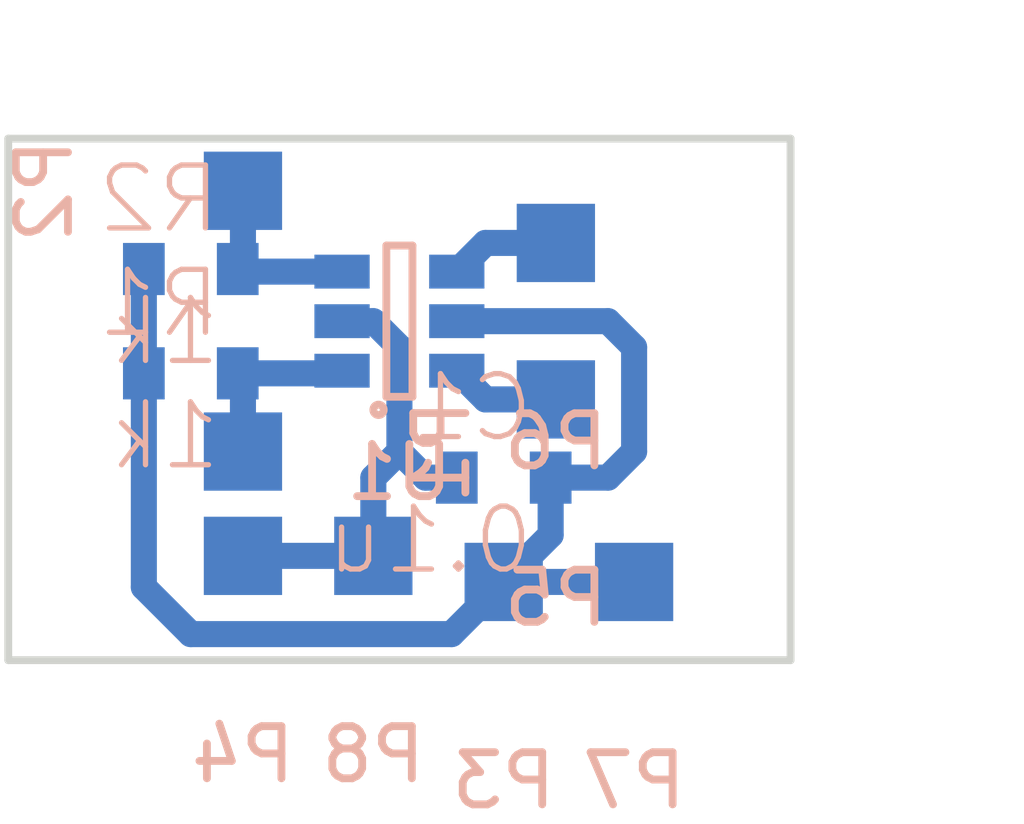
<source format=kicad_pcb>
(kicad_pcb (version 4) (host pcbnew 4.0.5)

  (general
    (links 14)
    (no_connects 0)
    (area -0.075001 -0.075001 25.075001 12.575001)
    (thickness 1.6)
    (drawings 4)
    (tracks 33)
    (zones 0)
    (modules 12)
    (nets 7)
  )

  (page A4)
  (layers
    (0 F.Cu signal)
    (31 B.Cu signal)
    (32 B.Adhes user)
    (33 F.Adhes user)
    (34 B.Paste user)
    (35 F.Paste user)
    (36 B.SilkS user)
    (37 F.SilkS user)
    (38 B.Mask user)
    (39 F.Mask user)
    (40 Dwgs.User user)
    (41 Cmts.User user)
    (42 Eco1.User user)
    (43 Eco2.User user)
    (44 Edge.Cuts user)
    (45 Margin user)
    (46 B.CrtYd user)
    (47 F.CrtYd user)
    (48 B.Fab user)
    (49 F.Fab user)
  )

  (setup
    (last_trace_width 0.5)
    (user_trace_width 0.5)
    (user_trace_width 1)
    (trace_clearance 0.2)
    (zone_clearance 0.4)
    (zone_45_only no)
    (trace_min 0.2)
    (segment_width 0.2)
    (edge_width 0.15)
    (via_size 0.6)
    (via_drill 0.4)
    (via_min_size 0.4)
    (via_min_drill 0.3)
    (user_via 1.2 0.8)
    (uvia_size 0.3)
    (uvia_drill 0.1)
    (uvias_allowed no)
    (uvia_min_size 0.2)
    (uvia_min_drill 0.1)
    (pcb_text_width 0.3)
    (pcb_text_size 1.5 1.5)
    (mod_edge_width 0.15)
    (mod_text_size 1 1)
    (mod_text_width 0.15)
    (pad_size 1.524 1.524)
    (pad_drill 0.762)
    (pad_to_mask_clearance 0.2)
    (aux_axis_origin 0 0)
    (visible_elements 7FFFFFFF)
    (pcbplotparams
      (layerselection 0x00030_80000001)
      (usegerberextensions false)
      (excludeedgelayer true)
      (linewidth 0.100000)
      (plotframeref false)
      (viasonmask false)
      (mode 1)
      (useauxorigin false)
      (hpglpennumber 1)
      (hpglpenspeed 20)
      (hpglpendiameter 15)
      (hpglpenoverlay 2)
      (psnegative false)
      (psa4output false)
      (plotreference true)
      (plotvalue true)
      (plotinvisibletext false)
      (padsonsilk false)
      (subtractmaskfromsilk false)
      (outputformat 1)
      (mirror false)
      (drillshape 1)
      (scaleselection 1)
      (outputdirectory ""))
  )

  (net 0 "")
  (net 1 +5V)
  (net 2 GND)
  (net 3 /ENC_B)
  (net 4 /ENC_A)
  (net 5 /OUT_B)
  (net 6 /OUT_A)

  (net_class Default "これは標準のネット クラスです。"
    (clearance 0.2)
    (trace_width 0.25)
    (via_dia 0.6)
    (via_drill 0.4)
    (uvia_dia 0.3)
    (uvia_drill 0.1)
    (add_net +5V)
    (add_net /ENC_A)
    (add_net /ENC_B)
    (add_net /OUT_A)
    (add_net /OUT_B)
    (add_net GND)
  )

  (module RP_KiCAD_Libs:C1608_WP (layer B.Cu) (tedit 57C3E677) (tstamp 58A2C7FF)
    (at 9.5 6.5 180)
    (descr <b>CAPACITOR</b>)
    (path /58A2C748)
    (fp_text reference C1 (at -0.635 0.635 180) (layer B.SilkS)
      (effects (font (size 1.2065 1.2065) (thickness 0.1016)) (justify left bottom mirror))
    )
    (fp_text value 0.1u (at -0.635 -1.905 180) (layer B.SilkS)
      (effects (font (size 1.2065 1.2065) (thickness 0.1016)) (justify left bottom mirror))
    )
    (fp_line (start -0.356 0.432) (end 0.356 0.432) (layer Dwgs.User) (width 0.1016))
    (fp_line (start -0.356 -0.419) (end 0.356 -0.419) (layer Dwgs.User) (width 0.1016))
    (fp_poly (pts (xy -0.8382 -0.4699) (xy -0.3381 -0.4699) (xy -0.3381 0.4801) (xy -0.8382 0.4801)) (layer Dwgs.User) (width 0))
    (fp_poly (pts (xy 0.3302 -0.4699) (xy 0.8303 -0.4699) (xy 0.8303 0.4801) (xy 0.3302 0.4801)) (layer Dwgs.User) (width 0))
    (fp_poly (pts (xy -0.1999 -0.3) (xy 0.1999 -0.3) (xy 0.1999 0.3) (xy -0.1999 0.3)) (layer B.Adhes) (width 0))
    (pad 1 smd rect (at -0.9 0 180) (size 0.8 1) (layers B.Cu B.Paste B.Mask)
      (net 1 +5V))
    (pad 2 smd rect (at 0.9 0 180) (size 0.8 1) (layers B.Cu B.Paste B.Mask)
      (net 2 GND))
    (model Resistors_SMD.3dshapes/R_0603.wrl
      (at (xyz 0 0 0))
      (scale (xyz 1 1 1))
      (rotate (xyz 0 0 0))
    )
  )

  (module RP_KiCAD_Libs:C1608_WP (layer B.Cu) (tedit 57C3E677) (tstamp 58A2C817)
    (at 3.5 4.5 180)
    (descr <b>CAPACITOR</b>)
    (path /58A2C9AC)
    (fp_text reference R1 (at -0.635 0.635 180) (layer B.SilkS)
      (effects (font (size 1.2065 1.2065) (thickness 0.1016)) (justify left bottom mirror))
    )
    (fp_text value 1k (at -0.635 -1.905 180) (layer B.SilkS)
      (effects (font (size 1.2065 1.2065) (thickness 0.1016)) (justify left bottom mirror))
    )
    (fp_line (start -0.356 0.432) (end 0.356 0.432) (layer Dwgs.User) (width 0.1016))
    (fp_line (start -0.356 -0.419) (end 0.356 -0.419) (layer Dwgs.User) (width 0.1016))
    (fp_poly (pts (xy -0.8382 -0.4699) (xy -0.3381 -0.4699) (xy -0.3381 0.4801) (xy -0.8382 0.4801)) (layer Dwgs.User) (width 0))
    (fp_poly (pts (xy 0.3302 -0.4699) (xy 0.8303 -0.4699) (xy 0.8303 0.4801) (xy 0.3302 0.4801)) (layer Dwgs.User) (width 0))
    (fp_poly (pts (xy -0.1999 -0.3) (xy 0.1999 -0.3) (xy 0.1999 0.3) (xy -0.1999 0.3)) (layer B.Adhes) (width 0))
    (pad 1 smd rect (at -0.9 0 180) (size 0.8 1) (layers B.Cu B.Paste B.Mask)
      (net 4 /ENC_A))
    (pad 2 smd rect (at 0.9 0 180) (size 0.8 1) (layers B.Cu B.Paste B.Mask)
      (net 1 +5V))
    (model Resistors_SMD.3dshapes/R_0603.wrl
      (at (xyz 0 0 0))
      (scale (xyz 1 1 1))
      (rotate (xyz 0 0 0))
    )
  )

  (module RP_KiCAD_Libs:C1608_WP (layer B.Cu) (tedit 57C3E677) (tstamp 58A2C81D)
    (at 3.5 2.5 180)
    (descr <b>CAPACITOR</b>)
    (path /58A2C9DE)
    (fp_text reference R2 (at -0.635 0.635 180) (layer B.SilkS)
      (effects (font (size 1.2065 1.2065) (thickness 0.1016)) (justify left bottom mirror))
    )
    (fp_text value 1k (at -0.635 -1.905 180) (layer B.SilkS)
      (effects (font (size 1.2065 1.2065) (thickness 0.1016)) (justify left bottom mirror))
    )
    (fp_line (start -0.356 0.432) (end 0.356 0.432) (layer Dwgs.User) (width 0.1016))
    (fp_line (start -0.356 -0.419) (end 0.356 -0.419) (layer Dwgs.User) (width 0.1016))
    (fp_poly (pts (xy -0.8382 -0.4699) (xy -0.3381 -0.4699) (xy -0.3381 0.4801) (xy -0.8382 0.4801)) (layer Dwgs.User) (width 0))
    (fp_poly (pts (xy 0.3302 -0.4699) (xy 0.8303 -0.4699) (xy 0.8303 0.4801) (xy 0.3302 0.4801)) (layer Dwgs.User) (width 0))
    (fp_poly (pts (xy -0.1999 -0.3) (xy 0.1999 -0.3) (xy 0.1999 0.3) (xy -0.1999 0.3)) (layer B.Adhes) (width 0))
    (pad 1 smd rect (at -0.9 0 180) (size 0.8 1) (layers B.Cu B.Paste B.Mask)
      (net 3 /ENC_B))
    (pad 2 smd rect (at 0.9 0 180) (size 0.8 1) (layers B.Cu B.Paste B.Mask)
      (net 1 +5V))
    (model Resistors_SMD.3dshapes/R_0603.wrl
      (at (xyz 0 0 0))
      (scale (xyz 1 1 1))
      (rotate (xyz 0 0 0))
    )
  )

  (module TO_SOT_Packages_SMD:SOT-23-6 (layer B.Cu) (tedit 53DE8DE3) (tstamp 58A2C827)
    (at 7.5 3.5)
    (descr "6-pin SOT-23 package")
    (tags SOT-23-6)
    (path /58A2C941)
    (attr smd)
    (fp_text reference U1 (at 0 2.9) (layer B.SilkS)
      (effects (font (size 1 1) (thickness 0.15)) (justify mirror))
    )
    (fp_text value SN74LVC2G14 (at 0 -2.9) (layer B.Fab)
      (effects (font (size 1 1) (thickness 0.15)) (justify mirror))
    )
    (fp_circle (center -0.4 1.7) (end -0.3 1.7) (layer B.SilkS) (width 0.15))
    (fp_line (start 0.25 1.45) (end -0.25 1.45) (layer B.SilkS) (width 0.15))
    (fp_line (start 0.25 -1.45) (end 0.25 1.45) (layer B.SilkS) (width 0.15))
    (fp_line (start -0.25 -1.45) (end 0.25 -1.45) (layer B.SilkS) (width 0.15))
    (fp_line (start -0.25 1.45) (end -0.25 -1.45) (layer B.SilkS) (width 0.15))
    (pad 1 smd rect (at -1.1 0.95) (size 1.06 0.65) (layers B.Cu B.Paste B.Mask)
      (net 4 /ENC_A))
    (pad 2 smd rect (at -1.1 0) (size 1.06 0.65) (layers B.Cu B.Paste B.Mask)
      (net 2 GND))
    (pad 3 smd rect (at -1.1 -0.95) (size 1.06 0.65) (layers B.Cu B.Paste B.Mask)
      (net 3 /ENC_B))
    (pad 4 smd rect (at 1.1 -0.95) (size 1.06 0.65) (layers B.Cu B.Paste B.Mask)
      (net 5 /OUT_B))
    (pad 6 smd rect (at 1.1 0.95) (size 1.06 0.65) (layers B.Cu B.Paste B.Mask)
      (net 6 /OUT_A))
    (pad 5 smd rect (at 1.1 0) (size 1.06 0.65) (layers B.Cu B.Paste B.Mask)
      (net 1 +5V))
    (model TO_SOT_Packages_SMD.3dshapes/SOT-23-6.wrl
      (at (xyz 0 0 0))
      (scale (xyz 1 1 1))
      (rotate (xyz 0 0 0))
    )
  )

  (module Measurement_Points:Measurement_Point_Square-SMD-Pad_Small (layer B.Cu) (tedit 0) (tstamp 58A2D1A6)
    (at 4.5 6 90)
    (descr "Mesurement Point, Square, SMD Pad,  1.5mm x 1.5mm,")
    (tags "Mesurement Point, Square, SMD Pad, 1.5mm x 1.5mm,")
    (path /58A2D1D9)
    (fp_text reference P1 (at 0 3.81 90) (layer B.SilkS)
      (effects (font (size 1 1) (thickness 0.15)) (justify mirror))
    )
    (fp_text value CONN_01X01 (at 2.54 -3.81 90) (layer B.Fab)
      (effects (font (size 1 1) (thickness 0.15)) (justify mirror))
    )
    (pad 1 smd rect (at 0 0 90) (size 1.50114 1.50114) (layers B.Cu B.Paste B.Mask)
      (net 4 /ENC_A))
  )

  (module Measurement_Points:Measurement_Point_Square-SMD-Pad_Small (layer B.Cu) (tedit 0) (tstamp 58A2D1AA)
    (at 4.5 1 270)
    (descr "Mesurement Point, Square, SMD Pad,  1.5mm x 1.5mm,")
    (tags "Mesurement Point, Square, SMD Pad, 1.5mm x 1.5mm,")
    (path /58A2D23D)
    (fp_text reference P2 (at 0 3.81 270) (layer B.SilkS)
      (effects (font (size 1 1) (thickness 0.15)) (justify mirror))
    )
    (fp_text value CONN_01X01 (at 2.54 -3.81 270) (layer B.Fab)
      (effects (font (size 1 1) (thickness 0.15)) (justify mirror))
    )
    (pad 1 smd rect (at 0 0 270) (size 1.50114 1.50114) (layers B.Cu B.Paste B.Mask)
      (net 3 /ENC_B))
  )

  (module Measurement_Points:Measurement_Point_Square-SMD-Pad_Small (layer B.Cu) (tedit 0) (tstamp 58A2D1B2)
    (at 9.5 8.5)
    (descr "Mesurement Point, Square, SMD Pad,  1.5mm x 1.5mm,")
    (tags "Mesurement Point, Square, SMD Pad, 1.5mm x 1.5mm,")
    (path /58A2D265)
    (fp_text reference P3 (at 0 3.81) (layer B.SilkS)
      (effects (font (size 1 1) (thickness 0.15)) (justify mirror))
    )
    (fp_text value CONN_01X01 (at 2.54 -3.81) (layer B.Fab)
      (effects (font (size 1 1) (thickness 0.15)) (justify mirror))
    )
    (pad 1 smd rect (at 0 0) (size 1.50114 1.50114) (layers B.Cu B.Paste B.Mask)
      (net 1 +5V))
  )

  (module Measurement_Points:Measurement_Point_Square-SMD-Pad_Small (layer B.Cu) (tedit 0) (tstamp 58A2D1B7)
    (at 4.5 8)
    (descr "Mesurement Point, Square, SMD Pad,  1.5mm x 1.5mm,")
    (tags "Mesurement Point, Square, SMD Pad, 1.5mm x 1.5mm,")
    (path /58A2D289)
    (fp_text reference P4 (at 0 3.81) (layer B.SilkS)
      (effects (font (size 1 1) (thickness 0.15)) (justify mirror))
    )
    (fp_text value CONN_01X01 (at 2.54 -3.81) (layer B.Fab)
      (effects (font (size 1 1) (thickness 0.15)) (justify mirror))
    )
    (pad 1 smd rect (at 0 0) (size 1.50114 1.50114) (layers B.Cu B.Paste B.Mask)
      (net 2 GND))
  )

  (module Measurement_Points:Measurement_Point_Square-SMD-Pad_Small (layer B.Cu) (tedit 0) (tstamp 58A2D1BC)
    (at 10.5 5)
    (descr "Mesurement Point, Square, SMD Pad,  1.5mm x 1.5mm,")
    (tags "Mesurement Point, Square, SMD Pad, 1.5mm x 1.5mm,")
    (path /58A2D324)
    (fp_text reference P5 (at 0 3.81) (layer B.SilkS)
      (effects (font (size 1 1) (thickness 0.15)) (justify mirror))
    )
    (fp_text value CONN_01X01 (at 2.54 -3.81) (layer B.Fab)
      (effects (font (size 1 1) (thickness 0.15)) (justify mirror))
    )
    (pad 1 smd rect (at 0 0) (size 1.50114 1.50114) (layers B.Cu B.Paste B.Mask)
      (net 6 /OUT_A))
  )

  (module Measurement_Points:Measurement_Point_Square-SMD-Pad_Small (layer B.Cu) (tedit 0) (tstamp 58A2D1C1)
    (at 10.5 2)
    (descr "Mesurement Point, Square, SMD Pad,  1.5mm x 1.5mm,")
    (tags "Mesurement Point, Square, SMD Pad, 1.5mm x 1.5mm,")
    (path /58A2D32A)
    (fp_text reference P6 (at 0 3.81) (layer B.SilkS)
      (effects (font (size 1 1) (thickness 0.15)) (justify mirror))
    )
    (fp_text value CONN_01X01 (at 2.54 -3.81) (layer B.Fab)
      (effects (font (size 1 1) (thickness 0.15)) (justify mirror))
    )
    (pad 1 smd rect (at 0 0) (size 1.50114 1.50114) (layers B.Cu B.Paste B.Mask)
      (net 5 /OUT_B))
  )

  (module Measurement_Points:Measurement_Point_Square-SMD-Pad_Small (layer B.Cu) (tedit 0) (tstamp 58A2D1C6)
    (at 12 8.5)
    (descr "Mesurement Point, Square, SMD Pad,  1.5mm x 1.5mm,")
    (tags "Mesurement Point, Square, SMD Pad, 1.5mm x 1.5mm,")
    (path /58A2D330)
    (fp_text reference P7 (at 0 3.81) (layer B.SilkS)
      (effects (font (size 1 1) (thickness 0.15)) (justify mirror))
    )
    (fp_text value CONN_01X01 (at 2.54 -3.81) (layer B.Fab)
      (effects (font (size 1 1) (thickness 0.15)) (justify mirror))
    )
    (pad 1 smd rect (at 0 0) (size 1.50114 1.50114) (layers B.Cu B.Paste B.Mask)
      (net 1 +5V))
  )

  (module Measurement_Points:Measurement_Point_Square-SMD-Pad_Small (layer B.Cu) (tedit 0) (tstamp 58A2D1CB)
    (at 7 8)
    (descr "Mesurement Point, Square, SMD Pad,  1.5mm x 1.5mm,")
    (tags "Mesurement Point, Square, SMD Pad, 1.5mm x 1.5mm,")
    (path /58A2D336)
    (fp_text reference P8 (at 0 3.81) (layer B.SilkS)
      (effects (font (size 1 1) (thickness 0.15)) (justify mirror))
    )
    (fp_text value CONN_01X01 (at 2.54 -3.81) (layer B.Fab)
      (effects (font (size 1 1) (thickness 0.15)) (justify mirror))
    )
    (pad 1 smd rect (at 0 0) (size 1.50114 1.50114) (layers B.Cu B.Paste B.Mask)
      (net 2 GND))
  )

  (gr_line (start 0 0) (end 0 10) (angle 90) (layer Edge.Cuts) (width 0.15))
  (gr_line (start 15 0) (end 0 0) (angle 90) (layer Edge.Cuts) (width 0.15))
  (gr_line (start 15 10) (end 15 0) (angle 90) (layer Edge.Cuts) (width 0.15))
  (gr_line (start 0 10) (end 15 10) (angle 90) (layer Edge.Cuts) (width 0.15))

  (segment (start 9.5 8.5) (end 8.5 9.5) (width 0.5) (layer B.Cu) (net 1) (status 400000))
  (segment (start 3.5 9.5) (end 2.6 8.6) (width 0.5) (layer B.Cu) (net 1) (tstamp 58A2D3A3))
  (segment (start 8.5 9.5) (end 3.5 9.5) (width 0.5) (layer B.Cu) (net 1) (tstamp 58A2D3A2))
  (segment (start 10.4 6.5) (end 10.4 7.6) (width 0.5) (layer B.Cu) (net 1))
  (segment (start 10.4 7.6) (end 9.5 8.5) (width 0.5) (layer B.Cu) (net 1) (tstamp 58A2D35B))
  (segment (start 9.5 8.5) (end 12 8.5) (width 0.5) (layer B.Cu) (net 1))
  (segment (start 2.6 4.5) (end 2.6 8.6) (width 0.5) (layer B.Cu) (net 1))
  (segment (start 2.6 2.5) (end 2.6 4.5) (width 0.5) (layer B.Cu) (net 1))
  (segment (start 8.6 3.5) (end 11.5 3.5) (width 0.5) (layer B.Cu) (net 1))
  (segment (start 11.5 6.5) (end 10.4 6.5) (width 0.5) (layer B.Cu) (net 1) (tstamp 58A2D324))
  (segment (start 12 6) (end 11.5 6.5) (width 0.5) (layer B.Cu) (net 1) (tstamp 58A2D323))
  (segment (start 12 4) (end 12 6) (width 0.5) (layer B.Cu) (net 1) (tstamp 58A2D322))
  (segment (start 11.5 3.5) (end 12 4) (width 0.5) (layer B.Cu) (net 1) (tstamp 58A2D321))
  (segment (start 7 8) (end 7 6.5) (width 0.5) (layer B.Cu) (net 2) (status 400000))
  (segment (start 7 6.5) (end 7.5 6) (width 0.5) (layer B.Cu) (net 2) (tstamp 58A2D39F))
  (segment (start 4.5 8) (end 7 8) (width 0.5) (layer B.Cu) (net 2) (status C00000))
  (segment (start 6.4 3.5) (end 7 3.5) (width 0.5) (layer B.Cu) (net 2))
  (segment (start 7 3.5) (end 7.5 4) (width 0.5) (layer B.Cu) (net 2) (tstamp 58A2D31B))
  (segment (start 7.5 4) (end 7.5 6) (width 0.5) (layer B.Cu) (net 2) (tstamp 58A2D31C))
  (segment (start 8 6.5) (end 8.6 6.5) (width 0.5) (layer B.Cu) (net 2) (tstamp 58A2D31E))
  (segment (start 7.5 6) (end 8 6.5) (width 0.5) (layer B.Cu) (net 2) (tstamp 58A2D31D))
  (segment (start 4.4 2.5) (end 4.45 2.55) (width 0.5) (layer B.Cu) (net 3))
  (segment (start 4.45 2.55) (end 6.4 2.55) (width 0.5) (layer B.Cu) (net 3) (tstamp 58A2D2F5))
  (segment (start 4.5 1) (end 4.5 2.4) (width 0.5) (layer B.Cu) (net 3))
  (segment (start 4.5 2.4) (end 4.4 2.5) (width 0.5) (layer B.Cu) (net 3) (tstamp 58A2D2F2))
  (segment (start 6.4 4.45) (end 6.35 4.5) (width 0.5) (layer B.Cu) (net 4))
  (segment (start 6.35 4.5) (end 4.4 4.5) (width 0.5) (layer B.Cu) (net 4) (tstamp 58A2D2FB))
  (segment (start 4.5 6) (end 4.5 4.6) (width 0.5) (layer B.Cu) (net 4))
  (segment (start 4.5 4.6) (end 4.4 4.5) (width 0.5) (layer B.Cu) (net 4) (tstamp 58A2D2EF))
  (segment (start 10.5 2) (end 9.15 2) (width 0.5) (layer B.Cu) (net 5))
  (segment (start 9.15 2) (end 8.6 2.55) (width 0.5) (layer B.Cu) (net 5) (tstamp 58A2D30D))
  (segment (start 10.5 5) (end 9.15 5) (width 0.5) (layer B.Cu) (net 6))
  (segment (start 9.15 5) (end 8.6 4.45) (width 0.5) (layer B.Cu) (net 6) (tstamp 58A2D300))

  (zone (net 0) (net_name "") (layer B.Cu) (tstamp 58A2D0CA) (hatch edge 0.508)
    (connect_pads (clearance 0.4))
    (min_thickness 0.026)
    (fill (arc_segments 16) (thermal_gap 0.508) (thermal_bridge_width 0.508))
    (polygon
      (pts
        (xy 15 10) (xy 0 10) (xy 0 0) (xy 15 0)
      )
    )
  )
)

</source>
